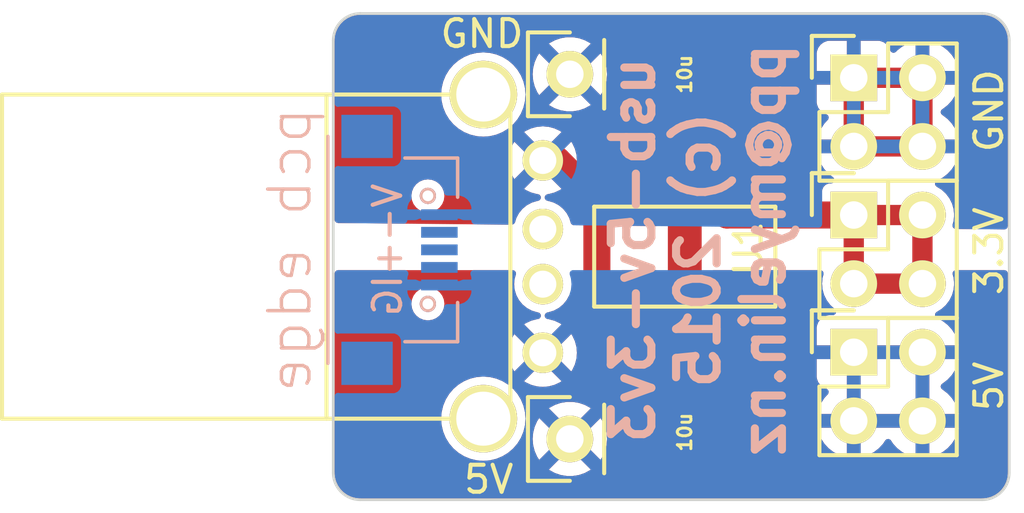
<source format=kicad_pcb>
(kicad_pcb (version 20221018) (generator pcbnew)
  (layers (0 "F.Cu" signal) (31 "B.Cu" signal) (34 "B.Paste" user) (35 "F.Paste" user) (36 "B.SilkS" user "B.Silkscreen") (37 "F.SilkS" user "F.Silkscreen") (38 "B.Mask" user) (39 "F.Mask" user) (44 "Edge.Cuts" user))
  (net 0 "")
  (net 1 "/vbus")
  (net 2 "/gnd")
  (net 3 "/3v3")
  (net 4 "Net-(CON1-Pad2)")
  (net 5 "Net-(CON1-Pad3)")
  (net 6 "Net-(CON2-Pad3)")
  (net 7 "Net-(CON2-Pad4)")
  (net 8 "Net-(CON2-Pad2)")
  (footprint "myelin-kicad:SM0805_NOSILKSCREEN" (layer "F.Cu") (at 128.25 109 180)
    (fp_text reference "C1" hide)
    (fp_text value "10u" (at 0 0 270) (layer "F.SilkS") (effects (font (size 0.50038 0.50038) (thickness 0.10922))))
    (pad "1" smd rect (at -0.9525 0 180) (size 0.889 1.397) (layers "F.Cu" "F.Paste" "F.Mask") (net 1 "/vbus"))
    (pad "2" smd rect (at 0.9525 0 180) (size 0.889 1.397) (layers "F.Cu" "F.Paste" "F.Mask") (net 2 "/gnd"))
  )
  (footprint "myelin-kicad:SM0805_NOSILKSCREEN" (layer "F.Cu") (at 128.25 95.75 180)
    (fp_text reference "C2" hide)
    (fp_text value "10u" (at 0 0 270) (layer "F.SilkS") (effects (font (size 0.50038 0.50038) (thickness 0.10922))))
    (pad "1" smd rect (at -0.9525 0 180) (size 0.889 1.397) (layers "F.Cu" "F.Paste" "F.Mask") (net 3 "/3v3"))
    (pad "2" smd rect (at 0.9525 0 180) (size 0.889 1.397) (layers "F.Cu" "F.Paste" "F.Mask") (net 2 "/gnd"))
  )
  (footprint "myelin-kicad:USB_A_THRU_HOLE" (layer "F.Cu") (at 115 102.5 -90)
    (fp_text reference "CON1" hide)
    (fp_text value "usb_plug" hide)
    (fp_line (start -6 -6.8) (end -6 0) (stroke (width 0.15)) (layer "F.SilkS"))
    (fp_line (start -6 0) (end 6 0) (stroke (width 0.15)) (layer "F.SilkS"))
    (fp_line (start -6 12) (end -6 0) (stroke (width 0.15)) (layer "F.SilkS"))
    (fp_line (start 6 -6.8) (end -6 -6.8) (stroke (width 0.15)) (layer "F.SilkS"))
    (fp_line (start 6 0) (end 6 -6.8) (stroke (width 0.15)) (layer "F.SilkS"))
    (fp_line (start 6 0) (end 6 12) (stroke (width 0.15)) (layer "F.SilkS"))
    (fp_line (start 6 12) (end -6 12) (stroke (width 0.15)) (layer "F.SilkS"))
    (pad "" thru_hole circle (at -6 -5.8 90) (size 2.5 2.5) (drill 2) (layers "*.Cu" "*.Mask" "F.SilkS"))
    (pad "" thru_hole circle (at 6 -5.8 90) (size 2.5 2.5) (drill 2) (layers "*.Cu" "*.Mask" "F.SilkS"))
    (pad "1" thru_hole circle (at 3.56 -8 90) (size 1.5 1.5) (drill 1) (layers "*.Cu" "*.Mask" "F.SilkS") (net 1 "/vbus"))
    (pad "2" thru_hole circle (at 1.02 -8 90) (size 1.5 1.5) (drill 1) (layers "*.Cu" "*.Mask" "F.SilkS") (net 4 "Net-(CON1-Pad2)"))
    (pad "3" thru_hole circle (at -1.02 -8 90) (size 1.5 1.5) (drill 1) (layers "*.Cu" "*.Mask" "F.SilkS") (net 5 "Net-(CON1-Pad3)"))
    (pad "4" thru_hole circle (at -3.56 -8 90) (size 1.5 1.5) (drill 1) (layers "*.Cu" "*.Mask" "F.SilkS") (net 2 "/gnd"))
  )
  (footprint "Socket_Strips:Socket_Strip_Straight_2x02" (layer "F.Cu") (at 134.5 106.04)
    (fp_text reference "P1" hide)
    (fp_text value "5V" (at 5 1.26 90) (layer "F.SilkS"))
    (fp_line (start -1.55 -1.55) (end -1.55 0) (stroke (width 0.15)) (layer "F.SilkS"))
    (fp_line (start -1.27 1.27) (end -1.27 3.81) (stroke (width 0.15)) (layer "F.SilkS"))
    (fp_line (start -1.27 3.81) (end 3.81 3.81) (stroke (width 0.15)) (layer "F.SilkS"))
    (fp_line (start 0 -1.55) (end -1.55 -1.55) (stroke (width 0.15)) (layer "F.SilkS"))
    (fp_line (start 0 -1.55) (end -1.55 -1.55) (stroke (width 0.15)) (layer "F.SilkS"))
    (fp_line (start 1.27 -1.27) (end 1.27 1.27) (stroke (width 0.15)) (layer "F.SilkS"))
    (fp_line (start 1.27 1.27) (end -1.27 1.27) (stroke (width 0.15)) (layer "F.SilkS"))
    (fp_line (start 3.81 -1.27) (end 1.27 -1.27) (stroke (width 0.15)) (layer "F.SilkS"))
    (fp_line (start 3.81 3.81) (end 3.81 -1.27) (stroke (width 0.15)) (layer "F.SilkS"))
    (pad "1" thru_hole rect (at 0 0) (size 1.7272 1.7272) (drill 1.016) (layers "*.Cu" "*.Mask" "F.SilkS") (net 1 "/vbus"))
    (pad "2" thru_hole oval (at 0 2.54) (size 1.7272 1.7272) (drill 1.016) (layers "*.Cu" "*.Mask" "F.SilkS") (net 1 "/vbus"))
    (pad "3" thru_hole oval (at 2.54 0) (size 1.7272 1.7272) (drill 1.016) (layers "*.Cu" "*.Mask" "F.SilkS") (net 1 "/vbus"))
    (pad "4" thru_hole oval (at 2.54 2.54) (size 1.7272 1.7272) (drill 1.016) (layers "*.Cu" "*.Mask" "F.SilkS") (net 1 "/vbus"))
  )
  (footprint "Socket_Strips:Socket_Strip_Straight_2x02" (layer "F.Cu") (at 134.5 100.96)
    (fp_text reference "P2" hide)
    (fp_text value "3.3V" (at 5 1.34 90) (layer "F.SilkS"))
    (fp_line (start -1.55 -1.55) (end -1.55 0) (stroke (width 0.15)) (layer "F.SilkS"))
    (fp_line (start -1.27 1.27) (end -1.27 3.81) (stroke (width 0.15)) (layer "F.SilkS"))
    (fp_line (start -1.27 3.81) (end 3.81 3.81) (stroke (width 0.15)) (layer "F.SilkS"))
    (fp_line (start 0 -1.55) (end -1.55 -1.55) (stroke (width 0.15)) (layer "F.SilkS"))
    (fp_line (start 0 -1.55) (end -1.55 -1.55) (stroke (width 0.15)) (layer "F.SilkS"))
    (fp_line (start 1.27 -1.27) (end 1.27 1.27) (stroke (width 0.15)) (layer "F.SilkS"))
    (fp_line (start 1.27 1.27) (end -1.27 1.27) (stroke (width 0.15)) (layer "F.SilkS"))
    (fp_line (start 3.81 -1.27) (end 1.27 -1.27) (stroke (width 0.15)) (layer "F.SilkS"))
    (fp_line (start 3.81 3.81) (end 3.81 -1.27) (stroke (width 0.15)) (layer "F.SilkS"))
    (pad "1" thru_hole rect (at 0 0) (size 1.7272 1.7272) (drill 1.016) (layers "*.Cu" "*.Mask" "F.SilkS") (net 3 "/3v3"))
    (pad "2" thru_hole oval (at 0 2.54) (size 1.7272 1.7272) (drill 1.016) (layers "*.Cu" "*.Mask" "F.SilkS") (net 3 "/3v3"))
    (pad "3" thru_hole oval (at 2.54 0) (size 1.7272 1.7272) (drill 1.016) (layers "*.Cu" "*.Mask" "F.SilkS") (net 3 "/3v3"))
    (pad "4" thru_hole oval (at 2.54 2.54) (size 1.7272 1.7272) (drill 1.016) (layers "*.Cu" "*.Mask" "F.SilkS") (net 3 "/3v3"))
  )
  (footprint "myelin-kicad:SOT-223-LDO-1117LV" (layer "F.Cu") (at 128.25 102.5)
    (fp_text reference "U1" (at 2.35 -0.3 90) (layer "F.SilkS"))
    (fp_text value "NCP1117ST33T3G" hide)
    (fp_line (start -3.35 -1.85) (end 3.35 -1.85) (stroke (width 0.15)) (layer "F.SilkS"))
    (fp_line (start -3.35 1.85) (end -3.35 -1.85) (stroke (width 0.15)) (layer "F.SilkS"))
    (fp_line (start -3.35 1.85) (end 3.35 1.85) (stroke (width 0.15)) (layer "F.SilkS"))
    (fp_line (start 3.35 -1.85) (end 3.35 1.85) (stroke (width 0.15)) (layer "F.SilkS"))
    (pad "1" smd rect (at -2.3 3.1) (size 1.25 2.55) (layers "F.Cu" "F.Paste" "F.Mask") (net 2 "/gnd"))
    (pad "2" smd rect (at 0 -3.1) (size 3.65 2.55) (layers "F.Cu" "F.Paste" "F.Mask") (net 3 "/3v3"))
    (pad "2" smd rect (at 0 0) (size 1.25 8.75) (layers "F.Cu" "F.Paste" "F.Mask") (net 3 "/3v3"))
    (pad "3" smd rect (at 2.3 3.1) (size 1.25 2.55) (layers "F.Cu" "F.Paste" "F.Mask") (net 1 "/vbus"))
  )
  (footprint "Socket_Strips:Socket_Strip_Straight_2x02" (layer "F.Cu") (at 134.5 95.88)
    (fp_text reference "P3" hide)
    (fp_text value "GND" (at 5 1.22 90) (layer "F.SilkS"))
    (fp_line (start -1.55 -1.55) (end -1.55 0) (stroke (width 0.15)) (layer "F.SilkS"))
    (fp_line (start -1.27 1.27) (end -1.27 3.81) (stroke (width 0.15)) (layer "F.SilkS"))
    (fp_line (start -1.27 3.81) (end 3.81 3.81) (stroke (width 0.15)) (layer "F.SilkS"))
    (fp_line (start 0 -1.55) (end -1.55 -1.55) (stroke (width 0.15)) (layer "F.SilkS"))
    (fp_line (start 0 -1.55) (end -1.55 -1.55) (stroke (width 0.15)) (layer "F.SilkS"))
    (fp_line (start 1.27 -1.27) (end 1.27 1.27) (stroke (width 0.15)) (layer "F.SilkS"))
    (fp_line (start 1.27 1.27) (end -1.27 1.27) (stroke (width 0.15)) (layer "F.SilkS"))
    (fp_line (start 3.81 -1.27) (end 1.27 -1.27) (stroke (width 0.15)) (layer "F.SilkS"))
    (fp_line (start 3.81 3.81) (end 3.81 -1.27) (stroke (width 0.15)) (layer "F.SilkS"))
    (pad "1" thru_hole rect (at 0 0) (size 1.7272 1.7272) (drill 1.016) (layers "*.Cu" "*.Mask" "F.SilkS") (net 2 "/gnd"))
    (pad "2" thru_hole oval (at 0 2.54) (size 1.7272 1.7272) (drill 1.016) (layers "*.Cu" "*.Mask" "F.SilkS") (net 2 "/gnd"))
    (pad "3" thru_hole oval (at 2.54 0) (size 1.7272 1.7272) (drill 1.016) (layers "*.Cu" "*.Mask" "F.SilkS") (net 2 "/gnd"))
    (pad "4" thru_hole oval (at 2.54 2.54) (size 1.7272 1.7272) (drill 1.016) (layers "*.Cu" "*.Mask" "F.SilkS") (net 2 "/gnd"))
  )
  (footprint "Socket_Strips:Socket_Strip_Straight_1x01" (layer "F.Cu") (at 124 109.25)
    (fp_text reference "P4" hide)
    (fp_text value "5V" (at -3 1.5) (layer "F.SilkS"))
    (fp_line (start -1.55 -1.55) (end -1.55 1.55) (stroke (width 0.15)) (layer "F.SilkS"))
    (fp_line (start -1.55 -1.55) (end 0 -1.55) (stroke (width 0.15)) (layer "F.SilkS"))
    (fp_line (start -1.55 1.55) (end 0 1.55) (stroke (width 0.15)) (layer "F.SilkS"))
    (fp_line (start 1.27 1.27) (end 1.27 -1.27) (stroke (width 0.15)) (layer "F.SilkS"))
    (pad "1" thru_hole circle (at 0 0) (size 1.7272 1.7272) (drill 1.016) (layers "*.Cu" "*.Mask" "F.SilkS") (net 1 "/vbus"))
  )
  (footprint "Socket_Strips:Socket_Strip_Straight_1x01" (layer "F.Cu") (at 124 95.75)
    (fp_text reference "P5" hide)
    (fp_text value "GND" (at -3.25 -1.5 180) (layer "F.SilkS"))
    (fp_line (start -1.55 -1.55) (end -1.55 1.55) (stroke (width 0.15)) (layer "F.SilkS"))
    (fp_line (start -1.55 -1.55) (end 0 -1.55) (stroke (width 0.15)) (layer "F.SilkS"))
    (fp_line (start -1.55 1.55) (end 0 1.55) (stroke (width 0.15)) (layer "F.SilkS"))
    (fp_line (start 1.27 1.27) (end 1.27 -1.27) (stroke (width 0.15)) (layer "F.SilkS"))
    (pad "1" thru_hole circle (at 0 0) (size 1.7272 1.7272) (drill 1.016) (layers "*.Cu" "*.Mask" "F.SilkS") (net 2 "/gnd"))
  )
  (footprint "myelin-kicad:micro_usb_b_smd_bottom_mount" (layer "B.Cu") (at 116.5 102.25 90)
    (fp_text reference "CON2" hide)
    (fp_text value "micro_usb_socket" hide)
    (fp_text user "V-+IG" (at 0 0.762 90) (layer "B.SilkS") (effects (font (size 1.016 1.016) (thickness 0.1524)) (justify mirror)))
    (fp_text user "pcb edge" (at 0 -2.85 90) (layer "B.SilkS") (effects (font (size 1.524 1.524) (thickness 0.127)) (justify mirror)))
    (fp_line (start -4.2 -1.45) (end 4.2 -1.45) (stroke (width 0.13)) (layer "B.SilkS"))
    (fp_line (start -3.4 3.35) (end -3.4 1.4) (stroke (width 0.13)) (layer "B.SilkS"))
    (fp_line (start -1.95 3.35) (end -3.4 3.35) (stroke (width 0.13)) (layer "B.SilkS"))
    (fp_line (start 1.95 3.35) (end 3.4 3.35) (stroke (width 0.13)) (layer "B.SilkS"))
    (fp_line (start 3.4 3.35) (end 3.4 1.4) (stroke (width 0.13)) (layer "B.SilkS"))
    (pad "" smd rect (at -4.2 0 90) (size 1.6 1.9) (layers "B.Cu" "B.Paste" "B.Mask"))
    (pad "" thru_hole circle (at -2 2.25 90) (size 0.6 0.6) (drill 0.4) (layers "*.Cu" "*.Mask" "B.SilkS"))
    (pad "" thru_hole circle (at 2 2.25 90) (size 0.6 0.6) (drill 0.4) (layers "*.Cu" "*.Mask" "B.SilkS"))
    (pad "" smd rect (at 4.2 0 90) (size 1.6 1.9) (layers "B.Cu" "B.Paste" "B.Mask"))
    (pad "1" smd rect (at -1.3 2.675 90) (size 0.4 1.35) (layers "B.Cu" "B.Paste" "B.Mask") (net 1 "/vbus"))
    (pad "2" smd rect (at -0.65 2.675 90) (size 0.4 1.35) (layers "B.Cu" "B.Paste" "B.Mask") (net 8 "Net-(CON2-Pad2)"))
    (pad "3" smd rect (at 0 2.675 90) (size 0.4 1.35) (layers "B.Cu" "B.Paste" "B.Mask") (net 6 "Net-(CON2-Pad3)"))
    (pad "4" smd rect (at 0.65 2.675 90) (size 0.4 1.35) (layers "B.Cu" "B.Paste" "B.Mask") (net 7 "Net-(CON2-Pad4)"))
    (pad "5" smd rect (at 1.3 2.675 90) (size 0.4 1.35) (layers "B.Cu" "B.Paste" "B.Mask") (net 2 "/gnd"))
  )
  (gr_arc (start 140.25 110.5) (mid 139.957107 111.207107) (end 139.25 111.5) (stroke (width 0.1)) (layer "Edge.Cuts"))
  (gr_line (start 140.25 94.5) (end 140.25 110.5) (stroke (width 0.1)) (layer "Edge.Cuts"))
  (gr_arc (start 139.25 93.5) (mid 139.957107 93.792893) (end 140.25 94.5) (stroke (width 0.1)) (layer "Edge.Cuts"))
  (gr_line (start 116.25 111.5) (end 139.25 111.5) (stroke (width 0.1)) (layer "Edge.Cuts"))
  (gr_line (start 116.25 93.5) (end 139.25 93.5) (stroke (width 0.1)) (layer "Edge.Cuts"))
  (gr_arc (start 116.25 111.5) (mid 115.542893 111.207107) (end 115.25 110.5) (stroke (width 0.1)) (layer "Edge.Cuts"))
  (gr_line (start 115.25 94.5) (end 115.25 110.5) (stroke (width 0.1)) (layer "Edge.Cuts"))
  (gr_arc (start 115.25 94.5) (mid 115.542893 93.792893) (end 116.25 93.5) (stroke (width 0.1)) (layer "Edge.Cuts"))
  (gr_text "usb-5v-3v3\n(c) 2015\npp@myelin.nz" (at 128.75 102.25 90) (layer "B.SilkS") (effects (font (size 1.5 1.5) (thickness 0.3)) (justify mirror)))
  (segment (start 123.54 98.94) (end 125 100.4) (width 1) (layer "F.Cu") (net 2))
  (segment (start 125 100.4) (end 125 104.65) (width 1) (layer "F.Cu") (net 2))
  (segment (start 125 104.65) (end 125.95 105.6) (width 1) (layer "F.Cu") (net 2))
  (segment (start 125.95 107.6525) (end 127.2975 109) (width 1) (layer "F.Cu") (net 2))
  (segment (start 134.5 98.42) (end 134.5 95.88) (width 0.75) (layer "F.Cu") (net 2))
  (segment (start 125.95 105.6) (end 125.95 107.6525) (width 1) (layer "F.Cu") (net 2))
  (segment (start 134.5 95.88) (end 137.04 95.88) (width 0.75) (layer "F.Cu") (net 2))
  (segment (start 123 98.94) (end 123.54 98.94) (width 1) (layer "F.Cu") (net 2))
  (segment (start 137.04 95.88) (end 137.04 98.42) (width 0.75) (layer "F.Cu") (net 2))
  (segment (start 137.04 98.42) (end 134.5 98.42) (width 0.75) (layer "F.Cu") (net 2))
  (segment (start 129.2025 98.4475) (end 128.25 99.4) (width 1) (layer "F.Cu") (net 3))
  (segment (start 128.25 99.4) (end 128.25 102.5) (width 1) (layer "F.Cu") (net 3))
  (segment (start 129.81 100.96) (end 128.25 99.4) (width 1) (layer "F.Cu") (net 3))
  (segment (start 128.25 99.4) (end 128.25 102.5) (width 1) (layer "F.Cu") (net 3))
  (segment (start 129.2025 95.75) (end 129.2025 98.4475) (width 1) (layer "F.Cu") (net 3))
  (segment (start 134.5 100.96) (end 134.5 103.5) (width 0.75) (layer "F.Cu") (net 3))
  (segment (start 134.5 100.96) (end 129.81 100.96) (width 1) (layer "F.Cu") (net 3))
  (segment (start 137.04 103.5) (end 137.04 100.96) (width 0.75) (layer "F.Cu") (net 3))
  (segment (start 134.5 103.5) (end 137.04 103.5) (width 0.75) (layer "F.Cu") (net 3))
  (segment (start 137.04 100.96) (end 134.5 100.96) (width 0.75) (layer "F.Cu") (net 3))
  (zone (net 1) (net_name "/vbus") (layer "F.Cu") (connect_pads (clearance 0.3048)) (min_thickness 0.254) (fill yes (thermal_gap 0.508) (thermal_bridge_width 0.508))
    (polygon (pts (xy 140.8 112) (xy 114.8 112) (xy 114.8 103) (xy 140.8 103)))
  )
  (zone (net 2) (net_name "/gnd") (layer "F.Cu") (connect_pads (clearance 0.3048)) (min_thickness 0.254) (fill yes (thermal_gap 0.508) (thermal_bridge_width 0.508))
    (polygon (pts (xy 140.75 101.5) (xy 114.75 101.25) (xy 114.75 93) (xy 140.75 93)))
  )
  (zone (net 2) (net_name "/gnd") (layer "B.Cu") (connect_pads (clearance 0.3048)) (min_thickness 0.254) (fill yes (thermal_gap 0.508) (thermal_bridge_width 0.508))
    (polygon (pts (xy 140.75 101.5) (xy 114.75 101.25) (xy 114.75 93) (xy 140.75 93)))
  )
  (zone (net 1) (net_name "/vbus") (layer "B.Cu") (connect_pads (clearance 0.3048)) (min_thickness 0.254) (fill yes (thermal_gap 0.508) (thermal_bridge_width 0.508))
    (polygon (pts (xy 140.75 112) (xy 114.75 112) (xy 114.75 103) (xy 140.75 103)))
  )
)
</source>
